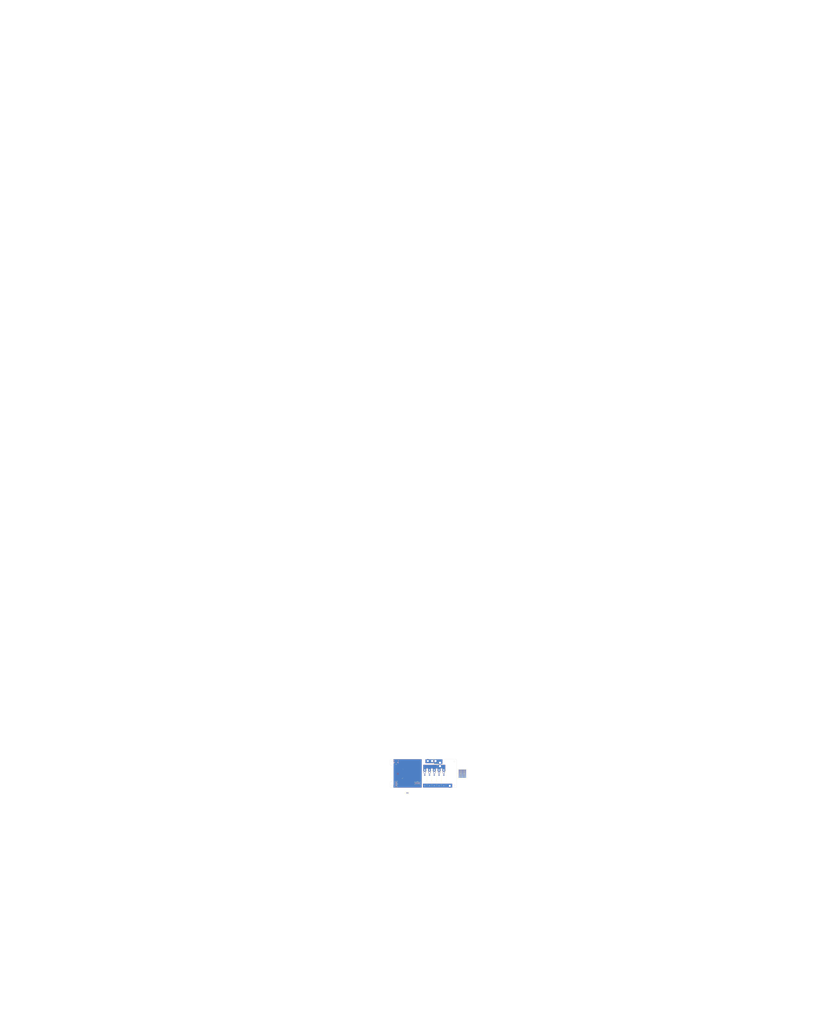
<source format=kicad_pcb>
(kicad_pcb (version 20211014) (generator pcbnew)
  (layers (0 "F.Cu" signal) (31 "B.Cu" signal) (34 "B.Paste" user) (35 "F.Paste" user) (36 "B.SilkS" user "B.Silkscreen") (37 "F.SilkS" user "F.Silkscreen") (38 "B.Mask" user) (39 "F.Mask" user) (44 "Edge.Cuts" user))
  (net 0 "")
  (net 33 "Net-(F1-Pad2)")
  (net 34 "Net-(F2-Pad2)")
  (net 35 "Net-(F3-Pad2)")
  (net 36 "Net-(F4-Pad2)")
  (net 37 "GND")
  (net 38 "+24V")
  (net 39 "Net-(F5-Pad2)")
  (net 40 "Net-(J2-Pad1)")
  (net 41 "Net-(J10-Pad2)")
  (net 42 "Net-(J10-Pad3)")
  (net 43 "+5V")
  (net 44 "GND1")
  (net 69 "Net-(P1-PadA6)")
  (net 70 "Net-(J14-Pad1)")
  (net 71 "Net-(J11-Pad1)")
  (net 72 "Net-(J11-Pad2)")
  (net 73 "Net-(J11-Pad3)")
  (net 74 "Net-(J11-Pad4)")
  (net 75 "Net-(J11-Pad5)")
  (net 76 "Net-(J11-Pad6)")
  (net 77 "Net-(J11-Pad7)")
  (net 78 "Net-(P1-PadA7)")
  (footprint "Connector_JST:JST_XH_B4B-XH-A_1x04_P2.50mm_Vertical" (layer "F.Cu") (at 94 119 -90)
    (fp_text reference "J9" (at 3.75 -3.55 90) (layer "F.SilkS"))
    (fp_text value "Bluetooth Module")
    (fp_line (start 0.75 -1.7) (end 6.75 -1.7) (layer "F.SilkS") (width 0.12))
    (fp_line (start -2.55 -0.2) (end -1.8 -0.2) (layer "F.SilkS") (width 0.12))
    (fp_line (start 6.75 -2.45) (end 0.75 -2.45) (layer "F.SilkS") (width 0.12))
    (fp_line (start 8.25 -1.7) (end 10.05 -1.7) (layer "F.SilkS") (width 0.12))
    (fp_line (start -2.56 3.51) (end 10.06 3.51) (layer "F.SilkS") (width 0.12))
    (fp_line (start 10.05 -1.7) (end 10.05 -2.45) (layer "F.SilkS") (width 0.12))
    (fp_line (start 9.3 -0.2) (end 9.3 2.75) (layer "F.SilkS") (width 0.12))
    (fp_line (start 10.05 -0.2) (end 9.3 -0.2) (layer "F.SilkS") (width 0.12))
    (fp_line (start 10.06 3.51) (end 10.06 -2.46) (layer "F.SilkS") (width 0.12))
    (fp_line (start 10.06 -2.46) (end -2.56 -2.46) (layer "F.SilkS") (width 0.12))
    (fp_line (start -2.85 -2.75) (end -2.85 -1.5) (layer "F.SilkS") (width 0.12))
    (fp_line (start 9.3 2.75) (end 3.75 2.75) (layer "F.SilkS") (width 0.12))
    (fp_line (start 6.75 -1.7) (end 6.75 -2.45) (layer "F.SilkS") (width 0.12))
    (fp_line (start 0.75 -2.45) (end 0.75 -1.7) (layer "F.SilkS") (width 0.12))
    (fp_line (start -2.55 -1.7) (end -0.75 -1.7) (layer "F.SilkS") (width 0.12))
    (fp_line (start -2.56 -2.46) (end -2.56 3.51) (layer "F.SilkS") (width 0.12))
    (fp_line (start -1.6 -2.75) (end -2.85 -2.75) (layer "F.SilkS") (width 0.12))
    (fp_line (start 8.25 -2.45) (end 8.25 -1.7) (layer "F.SilkS") (width 0.12))
    (fp_line (start -1.8 -0.2) (end -1.8 2.75) (layer "F.SilkS") (width 0.12))
    (fp_line (start -0.75 -1.7) (end -0.75 -2.45) (layer "F.SilkS") (width 0.12))
    (fp_line (start -0.75 -2.45) (end -2.55 -2.45) (layer "F.SilkS") (width 0.12))
    (fp_line (start -1.8 2.75) (end 3.75 2.75) (layer "F.SilkS") (width 0.12))
    (fp_line (start 10.05 -2.45) (end 8.25 -2.45) (layer "F.SilkS") (width 0.12))
    (fp_line (start -2.55 -2.45) (end -2.55 -1.7) (layer "F.SilkS") (width 0.12))
    (pad "1" thru_hole roundrect (at 0 0 270) (size 1.7 1.95) (drill 0.95) (layers *.Cu *.Mask) (roundrect_rratio 0.1470588235) (net 43 "+5V"))
    (pad "2" thru_hole oval (at 2.5 0 270) (size 1.7 1.95) (drill 0.95) (layers *.Cu *.Mask) (net 41 "Net-(J10-Pad2)"))
    (pad "3" thru_hole oval (at 5 0 270) (size 1.7 1.95) (drill 0.95) (layers *.Cu *.Mask) (net 42 "Net-(J10-Pad3)"))
    (pad "4" thru_hole oval (at 7.5 0 270) (size 1.7 1.95) (drill 0.95) (layers *.Cu *.Mask) (net 44 "GND1"))
  )
  (footprint "Fuse:Fuseholder_Cylinder-5x20mm_Schurter_0031_8201_Horizontal_Open" (layer "F.Cu") (at 154 126.25 90)
    (fp_text reference "F2" (at 11.25 -6 90) (layer "F.SilkS"))
    (fp_text value "Fuse 1")
    (fp_line (start -0.11 -4.91) (end 22.61 -4.91) (layer "F.SilkS") (width 0.12))
    (fp_line (start 22.61 4.91) (end 22.61 1.75) (layer "F.SilkS") (width 0.12))
    (fp_line (start -0.11 4.91) (end 22.61 4.91) (layer "F.SilkS") (width 0.12))
    (fp_line (start -0.11 -1.75) (end -0.11 -4.91) (layer "F.SilkS") (width 0.12))
    (fp_line (start 22.61 -1.75) (end 22.61 -4.91) (layer "F.SilkS") (width 0.12))
    (fp_line (start -0.11 4.91) (end -0.11 1.75) (layer "F.SilkS") (width 0.12))
    (pad "" np_thru_hole circle (at 11.25 0 90) (size 2.7 2.7) (drill 2.7) (layers *.Cu *.Mask))
    (pad "1" thru_hole circle (at 0 0 90) (size 3 3) (drill 1.3) (layers *.Cu *.Mask) (net 37 "GND"))
    (pad "2" thru_hole circle locked (at 22.5 0 90) (size 3 3) (drill 1.3) (layers *.Cu *.Mask) (net 34 "Net-(F2-Pad2)"))
  )
  (footprint "MountingHole:MountingHole_4mm_Pad_TopBottom" (layer "F.Cu") (at 206.5 126.5)
    (fp_text reference "J1" (at 0 -5) (layer "F.SilkS"))
    (fp_text value "BMS Output (C-)")
    (pad "1" connect circle (at 0 0) (size 8 8) (layers "F.Cu" "F.Mask") (net 37 "GND"))
    (pad "1" thru_hole circle (at 0 0) (size 4.4 4.4) (drill 4) (layers *.Cu *.Mask) (net 37 "GND"))
    (pad "1" connect circle (at 0 0) (size 8 8) (layers "B.Cu" "B.Mask") (net 37 "GND"))
  )
  (footprint "Connector_JST:JST_XH_B4B-XH-A_1x04_P2.50mm_Vertical" (layer "F.Cu") (at 135 121)
    (fp_text reference "J10" (at 3.75 -3.55) (layer "F.SilkS"))
    (fp_text value "BMS Serial")
    (fp_line (start 10.05 -1.7) (end 10.05 -2.45) (layer "F.SilkS") (width 0.12))
    (fp_line (start -2.55 -0.2) (end -1.8 -0.2) (layer "F.SilkS") (width 0.12))
    (fp_line (start 9.3 2.75) (end 3.75 2.75) (layer "F.SilkS") (width 0.12))
    (fp_line (start 0.75 -1.7) (end 6.75 -1.7) (layer "F.SilkS") (width 0.12))
    (fp_line (start -2.56 -2.46) (end -2.56 3.51) (layer "F.SilkS") (width 0.12))
    (fp_line (start -2.55 -1.7) (end -0.75 -1.7) (layer "F.SilkS") (width 0.12))
    (fp_line (start 9.3 -0.2) (end 9.3 2.75) (layer "F.SilkS") (width 0.12))
    (fp_line (start -1.6 -2.75) (end -2.85 -2.75) (layer "F.SilkS") (width 0.12))
    (fp_line (start 10.05 -2.45) (end 8.25 -2.45) (layer "F.SilkS") (width 0.12))
    (fp_line (start 10.06 -2.46) (end -2.56 -2.46) (layer "F.SilkS") (width 0.12))
    (fp_line (start 8.25 -1.7) (end 10.05 -1.7) (layer "F.SilkS") (width 0.12))
    (fp_line (start 6.75 -1.7) (end 6.75 -2.45) (layer "F.SilkS") (width 0.12))
    (fp_line (start -2.55 -2.45) (end -2.55 -1.7) (layer "F.SilkS") (width 0.12))
    (fp_line (start 8.25 -2.45) (end 8.25 -1.7) (layer "F.SilkS") (width 0.12))
    (fp_line (start 0.75 -2.45) (end 0.75 -1.7) (layer "F.SilkS") (width 0.12))
    (fp_line (start -2.56 3.51) (end 10.06 3.51) (layer "F.SilkS") (width 0.12))
    (fp_line (start 10.05 -0.2) (end 9.3 -0.2) (layer "F.SilkS") (width 0.12))
    (fp_line (start 10.06 3.51) (end 10.06 -2.46) (layer "F.SilkS") (width 0.12))
    (fp_line (start -2.85 -2.75) (end -2.85 -1.5) (layer "F.SilkS") (width 0.12))
    (fp_line (start -0.75 -1.7) (end -0.75 -2.45) (layer "F.SilkS") (width 0.12))
    (fp_line (start -1.8 -0.2) (end -1.8 2.75) (layer "F.SilkS") (width 0.12))
    (fp_line (start -1.8 2.75) (end 3.75 2.75) (layer "F.SilkS") (width 0.12))
    (fp_line (start 6.75 -2.45) (end 0.75 -2.45) (layer "F.SilkS") (width 0.12))
    (fp_line (start -0.75 -2.45) (end -2.55 -2.45) (layer "F.SilkS") (width 0.12))
    (pad "1" thru_hole roundrect (at 0 0) (size 1.7 1.95) (drill 0.95) (layers *.Cu *.Mask) (roundrect_rratio 0.1470588235) (net 43 "+5V"))
    (pad "2" thru_hole oval (at 2.5 0) (size 1.7 1.95) (drill 0.95) (layers *.Cu *.Mask) (net 41 "Net-(J10-Pad2)"))
    (pad "3" thru_hole oval (at 5 0) (size 1.7 1.95) (drill 0.95) (layers *.Cu *.Mask) (net 42 "Net-(J10-Pad3)"))
    (pad "4" thru_hole oval (at 7.5 0) (size 1.7 1.95) (drill 0.95) (layers *.Cu *.Mask) (net 44 "GND1"))
  )
  (footprint "Connector_JST:JST_XH_B7B-XH-A_1x07_P2.50mm_Vertical" (layer "F.Cu") (at 240 108.5 90)
    (fp_text reference "J13" (at 7.5 -3.55 90) (layer "F.SilkS"))
    (fp_text value "Batt Bal")
    (fp_line (start -2.55 -0.2) (end -1.8 -0.2) (layer "F.SilkS") (width 0.12))
    (fp_line (start -2.55 -1.7) (end -0.75 -1.7) (layer "F.SilkS") (width 0.12))
    (fp_line (start 0.75 -2.45) (end 0.75 -1.7) (layer "F.SilkS") (width 0.12))
    (fp_line (start 15.75 -1.7) (end 17.55 -1.7) (layer "F.SilkS") (width 0.12))
    (fp_line (start -2.56 -2.46) (end -2.56 3.51) (layer "F.SilkS") (width 0.12))
    (fp_line (start 17.55 -0.2) (end 16.8 -0.2) (layer "F.SilkS") (width 0.12))
    (fp_line (start 17.56 3.51) (end 17.56 -2.46) (layer "F.SilkS") (width 0.12))
    (fp_line (start 0.75 -1.7) (end 14.25 -1.7) (layer "F.SilkS") (width 0.12))
    (fp_line (start 16.8 2.75) (end 7.5 2.75) (layer "F.SilkS") (width 0.12))
    (fp_line (start -1.8 -0.2) (end -1.8 2.75) (layer "F.SilkS") (width 0.12))
    (fp_line (start 17.55 -2.45) (end 15.75 -2.45) (layer "F.SilkS") (width 0.12))
    (fp_line (start -1.8 2.75) (end 7.5 2.75) (layer "F.SilkS") (width 0.12))
    (fp_line (start 17.56 -2.46) (end -2.56 -2.46) (layer "F.SilkS") (width 0.12))
    (fp_line (start -2.55 -2.45) (end -2.55 -1.7) (layer "F.SilkS") (width 0.12))
    (fp_line (start 14.25 -2.45) (end 0.75 -2.45) (layer "F.SilkS") (width 0.12))
    (fp_line (start -0.75 -1.7) (end -0.75 -2.45) (layer "F.SilkS") (width 0.12))
    (fp_line (start -0.75 -2.45) (end -2.55 -2.45) (layer "F.SilkS") (width 0.12))
    (fp_line (start -2.56 3.51) (end 17.56 3.51) (layer "F.SilkS") (width 0.12))
    (fp_line (start 17.55 -1.7) (end 17.55 -2.45) (layer "F.SilkS") (width 0.12))
    (fp_line (start 16.8 -0.2) (end 16.8 2.75) (layer "F.SilkS") (width 0.12))
    (fp_line (start -1.6 -2.75) (end -2.85 -2.75) (layer "F.SilkS") (width 0.12))
    (fp_line (start 15.75 -2.45) (end 15.75 -1.7) (layer "F.SilkS") (width 0.12))
    (fp_line (start -2.85 -2.75) (end -2.85 -1.5) (layer "F.SilkS") (width 0.12))
    (fp_line (start 14.25 -1.7) (end 14.25 -2.45) (layer "F.SilkS") (width 0.12))
    (pad "1" thru_hole roundrect (at 0 0 90) (size 1.7 1.95) (drill 0.95) (layers *.Cu *.Mask) (roundrect_rratio 0.1470588235) (net 71 "Net-(J11-Pad1)"))
    (pad "2" thru_hole oval (at 2.5 0 90) (size 1.7 1.95) (drill 0.95) (layers *.Cu *.Mask) (net 72 "Net-(J11-Pad2)"))
    (pad "3" thru_hole oval (at 5 0 90) (size 1.7 1.95) (drill 0.95) (layers *.Cu *.Mask) (net 73 "Net-(J11-Pad3)"))
    (pad "4" thru_hole oval (at 7.5 0 90) (size 1.7 1.95) (drill 0.95) (layers *.Cu *.Mask) (net 74 "Net-(J11-Pad4)"))
    (pad "5" thru_hole oval (at 10 0 90) (size 1.7 1.95) (drill 0.95) (layers *.Cu *.Mask) (net 75 "Net-(J11-Pad5)"))
    (pad "6" thru_hole oval (at 12.5 0 90) (size 1.7 1.95) (drill 0.95) (layers *.Cu *.Mask) (net 76 "Net-(J11-Pad6)"))
    (pad "7" thru_hole oval (at 15 0 90) (size 1.7 1.95) (drill 0.95) (layers *.Cu *.Mask) (net 77 "Net-(J11-Pad7)"))
  )
  (footprint "Fuse:Fuseholder_Cylinder-5x20mm_Schurter_0031_8201_Horizontal_Open" (layer "F.Cu") (at 174 126.25 90)
    (fp_text reference "F3" (at 11.25 -6 90) (layer "F.SilkS"))
    (fp_text value "Fuse 3")
    (fp_line (start -0.11 -1.75) (end -0.11 -4.91) (layer "F.SilkS") (width 0.12))
    (fp_line (start -0.11 -4.91) (end 22.61 -4.91) (layer "F.SilkS") (width 0.12))
    (fp_line (start 22.61 -1.75) (end 22.61 -4.91) (layer "F.SilkS") (width 0.12))
    (fp_line (start -0.11 4.91) (end -0.11 1.75) (layer "F.SilkS") (width 0.12))
    (fp_line (start 22.61 4.91) (end 22.61 1.75) (layer "F.SilkS") (width 0.12))
    (fp_line (start -0.11 4.91) (end 22.61 4.91) (layer "F.SilkS") (width 0.12))
    (pad "" np_thru_hole circle (at 11.25 0 90) (size 2.7 2.7) (drill 2.7) (layers *.Cu *.Mask))
    (pad "1" thru_hole circle (at 0 0 90) (size 3 3) (drill 1.3) (layers *.Cu *.Mask) (net 37 "GND"))
    (pad "2" thru_hole circle (at 22.5 0 90) (size 3 3) (drill 1.3) (layers *.Cu *.Mask) (net 35 "Net-(F3-Pad2)"))
  )
  (footprint "Connector_AMASS:AMASS_XT30U-M_1x02_P5.0mm_Vertical" (layer "F.Cu") (at 184 98.5 90)
    (fp_text reference "J6" (at 2.5 -4 90) (layer "F.SilkS"))
    (fp_text value "Output 4" (at 2.5 4 90) (layer "F.SilkS"))
    (fp_text user "-" (at -4 0 90) (layer "F.SilkS") (effects (font (size 1.5 1.5))))
    (fp_text user "+" (at 9 0 90) (layer "F.SilkS") (effects (font (size 1.5 1.5))))
    (fp_line (start -2.71 1.41) (end -1.01 2.71) (layer "F.SilkS") (width 0.12))
    (fp_line (start 7.71 -2.71) (end 7.71 2.71) (layer "F.SilkS") (width 0.12))
    (fp_line (start -2.71 -1.41) (end -1.01 -2.71) (layer "F.SilkS") (width 0.12))
    (fp_line (start -2.71 -1.41) (end -2.71 1.41) (layer "F.SilkS") (width 0.12))
    (fp_line (start -1.01 -2.71) (end 7.71 -2.71) (layer "F.SilkS") (width 0.12))
    (fp_line (start -1.01 2.71) (end 7.71 2.71) (layer "F.SilkS") (width 0.12))
    (pad "1" thru_hole rect (at 0 0 90) (size 3.8 3.8) (drill 2.7) (layers *.Cu *.Mask) (net 36 "Net-(F4-Pad2)"))
    (pad "2" thru_hole circle (at 5 0 90) (size 3.8 3.8) (drill 2.7) (layers *.Cu *.Mask) (net 38 "+24V"))
  )
  (footprint "Connector_AMASS:AMASS_XT30U-M_1x02_P5.0mm_Vertical" (layer "F.Cu") (at 154 98.5 90)
    (fp_text reference "J4" (at 2.5 -4 90) (layer "F.SilkS"))
    (fp_text value "Output 1" (at 2.5 4 90) (layer "F.SilkS"))
    (fp_text user "+" (at 9 0 90) (layer "F.SilkS") (effects (font (size 1.5 1.5))))
    (fp_line (start -1.01 -2.71) (end 7.71 -2.71) (layer "F.SilkS") (width 0.12))
    (fp_line (start -2.71 1.41) (end -1.01 2.71) (layer "F.SilkS") (width 0.12))
    (fp_line (start -2.71 -1.41) (end -2.71 1.41) (layer "F.SilkS") (width 0.12))
    (fp_line (start -1.01 2.71) (end 7.71 2.71) (layer "F.SilkS") (width 0.12))
    (fp_line (start -2.71 -1.41) (end -1.01 -2.71) (layer "F.SilkS") (width 0.12))
    (fp_line (start 7.71 -2.71) (end 7.71 2.71) (layer "F.SilkS") (width 0.12))
    (pad "1" thru_hole rect (at 0 0 90) (size 3.8 3.8) (drill 2.7) (layers *.Cu *.Mask) (net 34 "Net-(F2-Pad2)"))
    (pad "2" thru_hole circle (at 5 0 90) (size 3.8 3.8) (drill 2.7) (layers *.Cu *.Mask) (net 38 "+24V"))
  )
  (footprint "Package_DFN_QFN:QFN-24-1EP_4x4mm_P0.5mm_EP2.6x2.6mm" (layer "F.Cu") (at 94 85)
    (fp_text reference "U2" (at 0 -3.3) (layer "F.SilkS"))
    (fp_text value "CP2104")
    (fp_line (start 1.635 -2.11) (end 2.11 -2.11) (layer "F.SilkS") (width 0.12))
    (fp_line (start -1.635 2.11) (end -2.11 2.11) (layer "F.SilkS") (width 0.12))
    (fp_line (start 2.11 2.11) (end 2.11 1.635) (layer "F.SilkS") (width 0.12))
    (fp_line (start 1.635 2.11) (end 2.11 2.11) (layer "F.SilkS") (width 0.12))
    (fp_line (start -2.11 2.11) (end -2.11 1.635) (layer "F.SilkS") (width 0.12))
    (fp_line (start -1.635 -2.11) (end -2.11 -2.11) (layer "F.SilkS") (width 0.12))
    (fp_line (start 2.11 -2.11) (end 2.11 -1.635) (layer "F.SilkS") (width 0.12))
    (pad "1" smd roundrect (at -1.9375 -1.25) (size 0.825 0.25) (layers "F.Cu" "F.Paste" "F.Mask"))
    (pad "2" smd roundrect (at -1.9375 -0.75) (size 0.825 0.25) (layers "F.Cu" "F.Paste" "F.Mask") (net 44 "GND1"))
    (pad "3" smd roundrect (at -1.9375 -0.25) (size 0.825 0.25) (layers "F.Cu" "F.Paste" "F.Mask") (net 69 "Net-(P1-PadA6)"))
    (pad "4" smd roundrect (at -1.9375 0.25) (size 0.825 0.25) (layers "F.Cu" "F.Paste" "F.Mask") (net 78 "Net-(P1-PadA7)"))
    (pad "5" smd roundrect (at -1.9375 0.75) (size 0.825 0.25) (layers "F.Cu" "F.Paste" "F.Mask"))
    (pad "6" smd roundrect (at -1.9375 1.25) (size 0.825 0.25) (layers "F.Cu" "F.Paste" "F.Mask"))
    (pad "7" smd roundrect (at -1.25 1.9375) (size 0.25 0.825) (layers "F.Cu" "F.Paste" "F.Mask"))
    (pad "8" smd roundrect (at -0.75 1.9375) (size 0.25 0.825) (layers "F.Cu" "F.Paste" "F.Mask"))
    (pad "9" smd roundrect (at -0.25 1.9375) (size 0.25 0.825) (layers "F.Cu" "F.Paste" "F.Mask"))
    (pad "10" smd roundrect (at 0.25 1.9375) (size 0.25 0.825) (layers "F.Cu" "F.Paste" "F.Mask"))
    (pad "11" smd roundrect (at 0.75 1.9375) (size 0.25 0.825) (layers "F.Cu" "F.Paste" "F.Mask"))
    (pad "12" smd roundrect (at 1.25 1.9375) (size 0.25 0.825) (layers "F.Cu" "F.Paste" "F.Mask"))
    (pad "13" smd roundrect (at 1.9375 1.25) (size 0.825 0.25) (layers "F.Cu" "F.Paste" "F.Mask"))
    (pad "14" smd roundrect (at 1.9375 0.75) (size 0.825 0.25) (layers "F.Cu" "F.Paste" "F.Mask"))
    (pad "15" smd roundrect (at 1.9375 0.25) (size 0.825 0.25) (layers "F.Cu" "F.Paste" "F.Mask"))
    (pad "16" smd roundrect (at 1.9375 -0.25) (size 0.825 0.25) (layers "F.Cu" "F.Paste" "F.Mask"))
    (pad "17" smd roundrect (at 1.9375 -0.75) (size 0.825 0.25) (layers "F.Cu" "F.Paste" "F.Mask"))
    (pad "18" smd roundrect (at 1.9375 -1.25) (size 0.825 0.25) (layers "F.Cu" "F.Paste" "F.Mask"))
    (pad "19" smd roundrect (at 1.25 -1.9375) (size 0.25 0.825) (layers "F.Cu" "F.Paste" "F.Mask"))
    (pad "20" smd roundrect (at 0.75 -1.9375) (size 0.25 0.825) (layers "F.Cu" "F.Paste" "F.Mask"))
    (pad "21" smd roundrect (at 0.25 -1.9375) (size 0.25 0.825) (layers "F.Cu" "F.Paste" "F.Mask"))
    (pad "22" smd roundrect (at -0.25 -1.9375) (size 0.25 0.825) (layers "F.Cu" "F.Paste" "F.Mask"))
    (pad "23" smd roundrect (at -0.75 -1.9375) (size 0.25 0.825) (layers "F.Cu" "F.Paste" "F.Mask"))
    (pad "24" smd roundrect (at -1.25 -1.9375) (size 0.25 0.825) (layers "F.Cu" "F.Paste" "F.Mask"))
    (pad "25" smd rect (at 0 0) (size 2.6 2.6) (layers "F.Cu" "F.Mask") (net 44 "GND1"))
  )
  (footprint "Connector_AMASS:AMASS_XT30U-M_1x02_P5.0mm_Vertical" (layer "F.Cu") (at 174 98.5 90)
    (fp_text reference "J5" (at 2.5 -4 90) (layer "F.SilkS"))
    (fp_text value "Output 3" (at 2.5 4 90) (layer "F.SilkS"))
    (fp_text user "-" (at -4 0 90) (layer "F.SilkS") (effects (font (size 1.5 1.5))))
    (fp_text user "+" (at 9 0 90) (layer "F.SilkS") (effects (font (size 1.5 1.5))))
    (fp_line (start 7.71 -2.71) (end 7.71 2.71) (layer "F.SilkS") (width 0.12))
    (fp_line (start -2.71 1.41) (end -1.01 2.71) (layer "F.SilkS") (width 0.12))
    (fp_line (start -2.71 -1.41) (end -1.01 -2.71) (layer "F.SilkS") (width 0.12))
    (fp_line (start -1.01 -2.71) (end 7.71 -2.71) (layer "F.SilkS") (width 0.12))
    (fp_line (start -2.71 -1.41) (end -2.71 1.41) (layer "F.SilkS") (width 0.12))
    (fp_line (start -1.01 2.71) (end 7.71 2.71) (layer "F.SilkS") (width 0.12))
    (pad "1" thru_hole rect (at 0 0 90) (size 3.8 3.8) (drill 2.7) (layers *.Cu *.Mask) (net 35 "Net-(F3-Pad2)"))
    (pad "2" thru_hole circle (at 5 0 90) (size 3.8 3.8) (drill 2.7) (layers *.Cu *.Mask) (net 38 "+24V"))
  )
  (footprint "Connector_AMASS:AMASS_XT60-M_1x02_P7.20mm_Vertical" (layer "F.Cu") (at 169.4 74.5)
    (fp_text reference "J8" (at 3.6 -5.3) (layer "F.SilkS"))
    (fp_text value "Power Meter" (at 5 6) (layer "F.SilkS"))
    (fp_line (start 11.45 4.15) (end 11.45 -4.15) (layer "F.SilkS") (width 0.12))
    (fp_line (start -4.25 -1.6) (end -4.25 1.55) (layer "F.SilkS") (width 0.12))
    (fp_line (start 11.45 -4.15) (end -1.4 -4.15) (layer "F.SilkS") (width 0.12))
    (fp_line (start -4.25 1.55) (end -1.4 4.15) (layer "F.SilkS") (width 0.12))
    (fp_line (start -1.4 4.15) (end 11.45 4.15) (layer "F.SilkS") (width 0.12))
    (fp_line (start -1.4 -4.15) (end -4.25 -1.6) (layer "F.SilkS") (width 0.12))
    (pad "1" thru_hole roundrect (at 0 0) (size 6 6) (drill 4.5) (layers *.Cu *.Mask) (net 40 "Net-(J2-Pad1)"))
    (pad "2" thru_hole circle (at 7.2 0) (size 6 6) (drill 4.5) (layers *.Cu *.Mask) (net 70 "Net-(J14-Pad1)"))
  )
  (footprint "MountingHole:MountingHole_4mm_Pad_TopBottom" (layer "F.Cu") (at 160.5 74.5)
    (fp_text reference "J2" (at 0 -5) (layer "F.SilkS"))
    (fp_text value "BMS Input (B-)")
    (pad "1" connect circle (at 0 0) (size 8 8) (layers "B.Cu" "B.Mask") (net 40 "Net-(J2-Pad1)"))
    (pad "1" thru_hole circle (at 0 0) (size 4.4 4.4) (drill 4) (layers *.Cu *.Mask) (net 40 "Net-(J2-Pad1)"))
    (pad "1" connect circle (at 0 0) (size 8 8) (layers "F.Cu" "F.Mask") (net 40 "Net-(J2-Pad1)"))
  )
  (footprint "RF_Module:ESP32-WROOM-32" (layer "F.Cu") (at 98.5 100.5 90)
    (fp_text reference "U1" (at -10.61 8.43) (layer "F.SilkS"))
    (fp_text value "ESP32-WROOM-32")
    (fp_line (start 9.12 9.1) (end 9.12 9.88) (layer "F.SilkS") (width 0.12))
    (fp_line (start 9.12 -15.86) (end 9.12 -9.445) (layer "F.SilkS") (width 0.12))
    (fp_line (start -9.12 -15.86) (end 9.12 -15.86) (layer "F.SilkS") (width 0.12))
    (fp_line (start -9.12 9.88) (end -8.12 9.88) (layer "F.SilkS") (width 0.12))
    (fp_line (start -9.12 9.1) (end -9.12 9.88) (layer "F.SilkS") (width 0.12))
    (fp_line (start -9.12 -9.445) (end -9.5 -9.445) (layer "F.SilkS") (width 0.12))
    (fp_line (start -9.12 -15.86) (end -9.12 -9.445) (layer "F.SilkS") (width 0.12))
    (fp_line (start 9.12 9.88) (end 8.12 9.88) (layer "F.SilkS") (width 0.12))
    (pad "1" smd rect (at -8.75 -8.25 90) (size 1.5 0.9) (layers "F.Cu" "F.Paste" "F.Mask") (net 44 "GND1"))
    (pad "2" smd rect (at -8.75 -6.98 90) (size 1.5 0.9) (layers "F.Cu" "F.Paste" "F.Mask") (net 43 "+5V"))
    (pad "3" smd rect (at -8.75 -5.71 90) (size 1.5 0.9) (layers "F.Cu" "F.Paste" "F.Mask"))
    (pad "4" smd rect (at -8.75 -4.44 90) (size 1.5 0.9) (layers "F.Cu" "F.Paste" "F.Mask"))
    (pad "5" smd rect (at -8.75 -3.17 90) (size 1.5 0.9) (layers "F.Cu" "F.Paste" "F.Mask"))
    (pad "6" smd rect (at -8.75 -1.9 90) (size 1.5 0.9) (layers "F.Cu" "F.Paste" "F.Mask"))
    (pad "7" smd rect (at -8.75 -0.63 90) (size 1.5 0.9) (layers "F.Cu" "F.Paste" "F.Mask"))
    (pad "8" smd rect (at -8.75 0.64 90) (size 1.5 0.9) (layers "F.Cu" "F.Paste" "F.Mask"))
    (pad "9" smd rect (at -8.75 1.91 90) (size 1.5 0.9) (layers "F.Cu" "F.Paste" "F.Mask"))
    (pad "10" smd rect (at -8.75 3.18 90) (size 1.5 0.9) (layers "F.Cu" "F.Paste" "F.Mask"))
    (pad "11" smd rect (at -8.75 4.45 90) (size 1.5 0.9) (layers "F.Cu" "F.Paste" "F.Mask"))
    (pad "12" smd rect (at -8.75 5.72 90) (size 1.5 0.9) (layers "F.Cu" "F.Paste" "F.Mask"))
    (pad "13" smd rect (at -8.75 6.99 90) (size 1.5 0.9) (layers "F.Cu" "F.Paste" "F.Mask"))
    (pad "14" smd rect (at -8.75 8.26 90) (size 1.5 0.9) (layers "F.Cu" "F.Paste" "F.Mask"))
    (pad "15" smd rect (at -5.71 9.51 180) (size 1.5 0.9) (layers "F.Cu" "F.Paste" "F.Mask") (net 44 "GND1"))
    (pad "16" smd rect (at -4.44 9.51 180) (size 1.5 0.9) (layers "F.Cu" "F.Paste" "F.Mask"))
    (pad "17" smd rect (at -3.17 9.51 180) (size 1.5 0.9) (layers "F.Cu" "F.Paste" "F.Mask"))
    (pad "18" smd rect (at -1.9 9.51 180) (size 1.5 0.9) (layers "F.Cu" "F.Paste" "F.Mask"))
    (pad "19" smd rect (at -0.63 9.51 180) (size 1.5 0.9) (layers "F.Cu" "F.Paste" "F.Mask"))
    (pad "20" smd rect (at 0.64 9.51 180) (size 1.5 0.9) (layers "F.Cu" "F.Paste" "F.Mask"))
    (pad "21" smd rect (at 1.91 9.51 180) (size 1.5 0.9) (layers "F.Cu" "F.Paste" "F.Mask"))
    (pad "22" smd rect (at 3.18 9.51 180) (size 1.5 0.9) (layers "F.Cu" "F.Paste" "F.Mask"))
    (pad "23" smd rect (at 4.45 9.51 180) (size 1.5 0.9) (layers "F.Cu" "F.Paste" "F.Mask"))
    (pad "24" smd rect (at 5.72 9.51 180) (size 1.5 0.9) (layers "F.Cu" "F.Paste" "F.Mask"))
    (pad "25" smd rect (at 8.75 8.26 90) (size 1.5 0.9) (layers "F.Cu" "F.Paste" "F.Mask"))
    (pad "26" smd rect (at 8.75 6.99 90) (size 1.5 0.9) (layers "F.Cu" "F.Paste" "F.Mask"))
    (pad "27" smd rect (at 8.75 5.72 90) (size 1.5 0.9) (layers "F.Cu" "F.Paste" "F.Mask"))
    (pad "28" smd rect (at 8.75 4.45 90) (size 1.5 0.9) (layers "F.Cu" "F.Paste" "F.Mask"))
    (pad "29" smd rect (at 8.75 3.18 90) (size 1.5 0.9) (layers "F.Cu" "F.Paste" "F.Mask"))
    (pad "30" smd rect (at 8.75 1.91 90) (size 1.5 0.9) (layers "F.Cu" "F.Paste" "F.Mask"))
    (pad "31" smd rect (at 8.75 0.64 90) (size 1.5 0.9) (layers "F.Cu" "F.Paste" "F.Mask"))
    (pad "32" smd rect (at 8.75 -0.63 90) (size 1.5 0.9) (layers "F.Cu" "F.Paste" "F.Mask"))
    (pad "33" smd rect (at 8.75 -1.9 90) (size 1.5 0.9) (layers "F.Cu" "F.Paste" "F.Mask"))
    (pad "34" smd rect (at 8.75 -3.17 90) (size 1.5 0.9) (layers "F.Cu" "F.Paste" "F.Mask") (net 41 "Net-(J10-Pad2)"))
    (pad "35" smd rect (at 8.75 -4.44 90) (size 1.5 0.9) (layers "F.Cu" "F.Paste" "F.Mask") (net 42 "Net-(J10-Pad3)"))
    (pad "36" smd rect (at 8.75 -5.71 90) (size 1.5 0.9) (layers "F.Cu" "F.Paste" "F.Mask"))
    (pad "37" smd rect (at 8.75 -6.98 90) (size 1.5 0.9) (layers "F.Cu" "F.Paste" "F.Mask"))
    (pad "38" smd rect (at 8.75 -8.25 90) (size 1.5 0.9) (layers "F.Cu" "F.Paste" "F.Mask") (net 44 "GND1"))
    (pad "39" thru_hole circle (at 0.0825 -0.91 90) (size 0.475 0.475) (drill 0.2) (property pad_prop_heatsink) (layers *.Cu "F.Mask") (net 44 "GND1"))
    (pad "39" thru_hole circle (at -2.205 -1.6725 90) (size 0.475 0.475) (drill 0.2) (property pad_prop_heatsink) (layers *.Cu "F.Mask") (net 44 "GND1"))
    (pad "39" thru_hole circle (at 0.845 -0.1475 90) (size 0.475 0.475) (drill 0.2) (property pad_prop_heatsink) (layers *.Cu "F.Mask") (net 44 "GND1"))
    (pad "39" smd rect (at -0.68 0.615 90) (size 1.05 1.05) (layers "F.Cu" "F.Paste") (net 44 "GND1"))
    (pad "39" thru_hole circle (at -1.4425 0.615 90) (size 0.475 0.475) (drill 0.2) (property pad_prop_heatsink) (layers *.Cu "F.Mask") (net 44 "GND1"))
    (pad "39" smd rect (at -2.205 -2.435 90) (size 1.05 1.05) (layers "F.Cu" "F.Paste") (net 44 "GND1"))
    (pad "39" smd rect (at 0.845 0.615 90) (size 1.05 1.05) (layers "F.Cu" "F.Paste") (net 44 "GND1"))
    (pad "39" thru_hole circle (at -0.68 -0.1475 90) (size 0.475 0.475) (drill 0.2) (property pad_prop_heatsink) (layers *.Cu "F.Mask") (net 44 "GND1"))
    (pad "39" thru_hole circle (at 0.845 -1.6725 90) (size 0.475 0.475) (drill 0.2) (property pad_prop_heatsink) (layers *.Cu "F.Mask") (net 44 "GND1"))
    (pad "39" thru_hole circle (at -1.4425 -2.435 90) (size 0.475 0.475) (drill 0.2) (property pad_prop_heatsink) (layers *.Cu "F.Mask") (net 44 "GND1"))
    (pad "39" smd rect (at -2.205 0.615 90) (size 1.05 1.05) (layers "F.Cu" "F.Paste") (net 44 "GND1"))
    (pad "39" smd rect (at -2.205 -0.91 90) (size 1.05 1.05) (layers "F.Cu" "F.Paste") (net 44 "GND1"))
    (pad "39" thru_hole circle (at 0.0825 0.615 90) (size 0.475 0.475) (drill 0.2) (property pad_prop_heatsink) (layers *.Cu "F.Mask") (net 44 "GND1"))
    (pad "39" smd rect (at -0.68 -0.91 90) (size 1.05 1.05) (layers "F.Cu" "F.Paste") (net 44 "GND1"))
    (pad "39" thru_hole circle (at -0.68 -1.6725 90) (size 0.475 0.475) (drill 0.2) (property pad_prop_heatsink) (layers *.Cu "F.Mask") (net 44 "GND1"))
    (pad "39" thru_hole circle (at 0.0825 -2.435 90) (size 0.475 0.475) (drill 0.2) (property pad_prop_heatsink) (layers *.Cu "F.Mask") (net 44 "GND1"))
    (pad "39" smd rect (at 0.845 -2.435 90) (size 1.05 1.05) (layers "F.Cu" "F.Paste") (net 44 "GND1"))
    (pad "39" smd rect (at -0.68 -2.435 90) (size 1.05 1.05) (layers "F.Cu" "F.Paste") (net 44 "GND1"))
    (pad "39" thru_hole circle (at -2.205 -0.1475 90) (size 0.475 0.475) (drill 0.2) (property pad_prop_heatsink) (layers *.Cu "F.Mask") (net 44 "GND1"))
    (pad "39" thru_hole circle (at -1.4425 -0.91 90) (size 0.475 0.475) (drill 0.2) (property pad_prop_heatsink) (layers *.Cu "F.Mask") (net 44 "GND1"))
    (pad "39" smd rect (at 0.845 -0.91 90) (size 1.05 1.05) (layers "F.Cu" "F.Paste") (net 44 "GND1"))
    (pad "39" smd rect (at -0.68 -0.91 90) (size 4.2 4.2) (layers "F.Cu" "F.Mask") (net 44 "GND1"))
    (zone (net 0) (net_name "") (layers "F.Cu" "In1.Cu" "B.Cu") (connect_pads (clearance 0)) (min_thickness 0.254)
      (keepout (tracks not_allowed) (vias not_allowed) (pads not_allowed) (copperpour not_allowed) (footprints not_allowed))
      (fill (thermal_gap 0.508) (thermal_bridge_width 0.508))
      (polygon (pts (xy 88.7 124.5) (xy 88.7 76.5) (xy 67.76 76.5) (xy 67.76 124.5)))
    )
  )
  (footprint "Connector_JST:JST_XH_B7B-XH-A_1x07_P2.50mm_Vertical" (layer "F.Cu") (at 226 108.5 90)
    (fp_text reference "J11" (at 7.5 -3.55 90) (layer "F.SilkS"))
    (fp_text value "Panel Bal")
    (fp_line (start -2.85 -2.75) (end -2.85 -1.5) (layer "F.SilkS") (width 0.12))
    (fp_line (start 17.56 -2.46) (end -2.56 -2.46) (layer "F.SilkS") (width 0.12))
    (fp_line (start 16.8 -0.2) (end 16.8 2.75) (layer "F.SilkS") (width 0.12))
    (fp_line (start -2.56 3.51) (end 17.56 3.51) (layer "F.SilkS") (width 0.12))
    (fp_line (start -2.55 -1.7) (end -0.75 -1.7) (layer "F.SilkS") (width 0.12))
    (fp_line (start -2.55 -2.45) (end -2.55 -1.7) (layer "F.SilkS") (width 0.12))
    (fp_line (start -1.8 2.75) (end 7.5 2.75) (layer "F.SilkS") (width 0.12))
    (fp_line (start -2.55 -0.2) (end -1.8 -0.2) (layer "F.SilkS") (width 0.12))
    (fp_line (start 14.25 -2.45) (end 0.75 -2.45) (layer "F.SilkS") (width 0.12))
    (fp_line (start -0.75 -2.45) (end -2.55 -2.45) (layer "F.SilkS") (width 0.12))
    (fp_line (start -1.6 -2.75) (end -2.85 -2.75) (layer "F.SilkS") (width 0.12))
    (fp_line (start -1.8 -0.2) (end -1.8 2.75) (layer "F.SilkS") (width 0.12))
    (fp_line (start 0.75 -1.7) (end 14.25 -1.7) (layer "F.SilkS") (width 0.12))
    (fp_line (start -2.56 -2.46) (end -2.56 3.51) (layer "F.SilkS") (width 0.12))
    (fp_line (start 17.55 -2.45) (end 15.75 -2.45) (layer "F.SilkS") (width 0.12))
    (fp_line (start 17.55 -0.2) (end 16.8 -0.2) (layer "F.SilkS") (width 0.12))
    (fp_line (start -0.75 -1.7) (end -0.75 -2.45) (layer "F.SilkS") (width 0.12))
    (fp_line (start 16.8 2.75) (end 7.5 2.75) (layer "F.SilkS") (width 0.12))
    (fp_line (start 14.25 -1.7) (end 14.25 -2.45) (layer "F.SilkS") (width 0.12))
    (fp_line (start 17.55 -1.7) (end 17.55 -2.45) (layer "F.SilkS") (width 0.12))
    (fp_line (start 17.56 3.51) (end 17.56 -2.46) (layer "F.SilkS") (width 0.12))
    (fp_line (start 0.75 -2.45) (end 0.75 -1.7) (layer "F.SilkS") (width 0.12))
    (fp_line (start 15.75 -2.45) (end 15.75 -1.7) (layer "F.SilkS") (width 0.12))
    (fp_line (start 15.75 -1.7) (end 17.55 -1.7) (layer "F.SilkS") (width 0.12))
    (pad "1" thru_hole roundrect (at 0 0 90) (size 1.7 1.95) (drill 0.95) (layers *.Cu *.Mask) (roundrect_rratio 0.1470588235) (net 71 "Net-(J11-Pad1)"))
    (pad "2" thru_hole oval (at 2.5 0 90) (size 1.7 1.95) (drill 0.95) (layers *.Cu *.Mask) (net 72 "Net-(J11-Pad2)"))
    (pad "3" thru_hole oval (at 5 0 90) (size 1.7 1.95) (drill 0.95) (layers *.Cu *.Mask) (net 73 "Net-(J11-Pad3)"))
    (pad "4" thru_hole oval (at 7.5 0 90) (size 1.7 1.95) (drill 0.95) (layers *.Cu *.Mask) (net 74 "Net-(J11-Pad4)"))
    (pad "5" thru_hole oval (at 10 0 90) (size 1.7 1.95) (drill 0.95) (layers *.Cu *.Mask) (net 75 "Net-(J11-Pad5)"))
    (pad "6" thru_hole oval (at 12.5 0 90) (size 1.7 1.95) (drill 0.95) (layers *.Cu *.Mask) (net 76 "Net-(J11-Pad6)"))
    (pad "7" thru_hole oval (at 15 0 90) (size 1.7 1.95) (drill 0.95) (layers *.Cu *.Mask) (net 77 "Net-(J11-Pad7)"))
  )
  (footprint "Connector_AMASS:AMASS_XT60-M_1x02_P7.20mm_Vertical" (layer "F.Cu") (at 186 78 -90)
    (fp_text reference "J14" (at 3.6 -5.3 90) (layer "F.SilkS"))
    (fp_text value "Battery" (at 4 6 90) (layer "F.SilkS"))
    (fp_line (start -1.4 4.15) (end 11.45 4.15) (layer "F.SilkS") (width 0.12))
    (fp_line (start 11.45 -4.15) (end -1.4 -4.15) (layer "F.SilkS") (width 0.12))
    (fp_line (start -4.25 -1.6) (end -4.25 1.55) (layer "F.SilkS") (width 0.12))
    (fp_line (start -4.25 1.55) (end -1.4 4.15) (layer "F.SilkS") (width 0.12))
    (fp_line (start 11.45 4.15) (end 11.45 -4.15) (layer "F.SilkS") (width 0.12))
    (fp_line (start -1.4 -4.15) (end -4.25 -1.6) (layer "F.SilkS") (width 0.12))
    (pad "1" thru_hole roundrect (at 0 0 270) (size 6 6) (drill 4.5) (layers *.Cu *.Mask) (net 70 "Net-(J14-Pad1)"))
    (pad "2" thru_hole circle (at 7.2 0 270) (size 6 6) (drill 4.5) (layers *.Cu *.Mask) (net 38 "+24V"))
  )
  (footprint "Connector_JST:JST_XH_B7B-XH-A_1x07_P2.50mm_Vertical" (layer "F.Cu") (at 233 108.5 90)
    (fp_text reference "J12" (at 7.5 -3.55 90) (layer "F.SilkS"))
    (fp_text value "BMS Bal")
    (fp_line (start -2.56 3.51) (end 17.56 3.51) (layer "F.SilkS") (width 0.12))
    (fp_line (start -2.55 -2.45) (end -2.55 -1.7) (layer "F.SilkS") (width 0.12))
    (fp_line (start 17.55 -1.7) (end 17.55 -2.45) (layer "F.SilkS") (width 0.12))
    (fp_line (start -1.8 -0.2) (end -1.8 2.75) (layer "F.SilkS") (width 0.12))
    (fp_line (start 17.55 -2.45) (end 15.75 -2.45) (layer "F.SilkS") (width 0.12))
    (fp_line (start 15.75 -1.7) (end 17.55 -1.7) (layer "F.SilkS") (width 0.12))
    (fp_line (start 17.56 -2.46) (end -2.56 -2.46) (layer "F.SilkS") (width 0.12))
    (fp_line (start 15.75 -2.45) (end 15.75 -1.7) (layer "F.SilkS") (width 0.12))
    (fp_line (start -0.75 -1.7) (end -0.75 -2.45) (layer "F.SilkS") (width 0.12))
    (fp_line (start 17.55 -0.2) (end 16.8 -0.2) (layer "F.SilkS") (width 0.12))
    (fp_line (start -2.85 -2.75) (end -2.85 -1.5) (layer "F.SilkS") (width 0.12))
    (fp_line (start 17.56 3.51) (end 17.56 -2.46) (layer "F.SilkS") (width 0.12))
    (fp_line (start -2.56 -2.46) (end -2.56 3.51) (layer "F.SilkS") (width 0.12))
    (fp_line (start -2.55 -0.2) (end -1.8 -0.2) (layer "F.SilkS") (width 0.12))
    (fp_line (start 16.8 2.75) (end 7.5 2.75) (layer "F.SilkS") (width 0.12))
    (fp_line (start 16.8 -0.2) (end 16.8 2.75) (layer "F.SilkS") (width 0.12))
    (fp_line (start 0.75 -1.7) (end 14.25 -1.7) (layer "F.SilkS") (width 0.12))
    (fp_line (start -0.75 -2.45) (end -2.55 -2.45) (layer "F.SilkS") (width 0.12))
    (fp_line (start -2.55 -1.7) (end -0.75 -1.7) (layer "F.SilkS") (width 0.12))
    (fp_line (start 14.25 -2.45) (end 0.75 -2.45) (layer "F.SilkS") (width 0.12))
    (fp_line (start 14.25 -1.7) (end 14.25 -2.45) (layer "F.SilkS") (width 0.12))
    (fp_line (start -1.8 2.75) (end 7.5 2.75) (layer "F.SilkS") (width 0.12))
    (fp_line (start -1.6 -2.75) (end -2.85 -2.75) (layer "F.SilkS") (width 0.12))
    (fp_line (start 0.75 -2.45) (end 0.75 -1.7) (layer "F.SilkS") (width 0.12))
    (pad "1" thru_hole roundrect (at 0 0 90) (size 1.7 1.95) (drill 0.95) (layers *.Cu *.Mask) (roundrect_rratio 0.1470588235) (net 71 "Net-(J11-Pad1)"))
    (pad "2" thru_hole oval (at 2.5 0 90) (size 1.7 1.95) (drill 0.95) (layers *.Cu *.Mask) (net 72 "Net-(J11-Pad2)"))
    (pad "3" thru_hole oval (at 5 0 90) (size 1.7 1.95) (drill 0.95) (layers *.Cu *.Mask) (net 73 "Net-(J11-Pad3)"))
    (pad "4" thru_hole oval (at 7.5 0 90) (size 1.7 1.95) (drill 0.95) (layers *.Cu *.Mask) (net 74 "Net-(J11-Pad4)"))
    (pad "5" thru_hole oval (at 10 0 90) (size 1.7 1.95) (drill 0.95) (layers *.Cu *.Mask) (net 75 "Net-(J11-Pad5)"))
    (pad "6" thru_hole oval (at 12.5 0 90) (size 1.7 1.95) (drill 0.95) (layers *.Cu *.Mask) (net 76 "Net-(J11-Pad6)"))
    (pad "7" thru_hole oval (at 15 0 90) (size 1.7 1.95) (drill 0.95) (layers *.Cu *.Mask) (net 77 "Net-(J11-Pad7)"))
  )
  (footprint "Fuse:Fuseholder_Cylinder-5x20mm_Schurter_0031_8201_Horizontal_Open" (layer "F.Cu") (at 164 126.25 90)
    (fp_text reference "F1" (at 11.25 -6 90) (layer "F.SilkS"))
    (fp_text value "Fuse 2")
    (fp_line (start 22.61 -1.75) (end 22.61 -4.91) (layer "F.SilkS") (width 0.12))
    (fp_line (start -0.11 4.91) (end 22.61 4.91) (layer "F.SilkS") (width 0.12))
    (fp_line (start 22.61 4.91) (end 22.61 1.75) (layer "F.SilkS") (width 0.12))
    (fp_line (start -0.11 -1.75) (end -0.11 -4.91) (layer "F.SilkS") (width 0.12))
    (fp_line (start -0.11 -4.91) (end 22.61 -4.91) (layer "F.SilkS") (width 0.12))
    (fp_line (start -0.11 4.91) (end -0.11 1.75) (layer "F.SilkS") (width 0.12))
    (pad "" np_thru_hole circle (at 11.25 0 90) (size 2.7 2.7) (drill 2.7) (layers *.Cu *.Mask))
    (pad "1" thru_hole circle (at 0 0 90) (size 3 3) (drill 1.3) (layers *.Cu *.Mask) (net 37 "GND"))
    (pad "2" thru_hole circle (at 22.5 0 90) (size 3 3) (drill 1.3) (layers *.Cu *.Mask) (net 33 "Net-(F1-Pad2)"))
  )
  (footprint "Connector_USB:USB_C_Receptacle_GCT_USB4105-xx-A_16P_TopMnt_Horizontal" (layer "F.Cu") (at 94 75 180)
    (fp_text reference "P1" (at 0 -5.5 180 unlocked) (layer "F.SilkS"))
    (fp_text value "USB_C_Plug_USB2.0")
    (fp_line (start -4.67 0) (end -4.67 -1.8) (layer "F.SilkS") (width 0.12))
    (fp_line (start 4.67 2.1) (end 4.67 3.25) (layer "F.SilkS") (width 0.12))
    (fp_line (start -4.67 2.1) (end -4.67 3.25) (layer "F.SilkS") (width 0.12))
    (fp_line (start 4.67 0) (end 4.67 -1.8) (layer "F.SilkS") (width 0.12))
    (pad "" np_thru_hole circle (at 2.89 -2.605 180) (size 0.65 0.65) (drill 0.65) (layers F&B.Cu *.Mask))
    (pad "" np_thru_hole circle (at -2.89 -2.605 180) (size 0.65 0.65) (drill 0.65) (layers F&B.Cu *.Mask))
    (pad "A1" smd rect (at -3.2 -3.68 180) (size 0.6 1.15) (layers "F.Cu" "F.Paste" "F.Mask") (net 44 "GND1"))
    (pad "A4" smd rect (at -2.4 -3.68 180) (size 0.6 1.15) (layers "F.Cu" "F.Paste" "F.Mask") (net 43 "+5V"))
    (pad "A5" smd rect (at -1.25 -3.68 180) (size 0.3 1.15) (layers "F.Cu" "F.Paste" "F.Mask"))
    (pad "A6" smd rect (at -0.25 -3.68 180) (size 0.3 1.15) (layers "F.Cu" "F.Paste" "F.Mask") (net 69 "Net-(P1-PadA6)"))
    (pad "A7" smd rect (at 0.25 -3.68 180) (size 0.3 1.15) (layers "F.Cu" "F.Paste" "F.Mask") (net 78 "Net-(P1-PadA7)"))
    (pad "A8" smd rect (at 1.25 -3.68 180) (size 0.3 1.15) (layers "F.Cu" "F.Paste" "F.Mask"))
    (pad "A9" smd rect (at 2.4 -3.68 180) (size 0.6 1.15) (layers "F.Cu" "F.Paste" "F.Mask") (net 43 "+5V"))
    (pad "A12" smd rect (at 3.2 -3.68 180) (size 0.6 1.15) (layers "F.Cu" "F.Paste" "F.Mask") (net 44 "GND1"))
    (pad "B1" smd rect (at 3.2 -3.68 180) (size 0.6 1.15) (layers "F.Cu" "F.Paste" "F.Mask") (net 44 "GND1"))
    (pad "B4" smd rect (at 2.4 -3.68 180) (size 0.6 1.15) (layers "F.Cu" "F.Paste" "F.Mask") (net 43 "+5V"))
    (pad "B5" smd rect (at 1.75 -3.68 180) (size 0.3 1.15) (layers "F.Cu" "F.Paste" "F.Mask"))
    (pad "B6" smd rect (at 0.75 -3.68 180) (size 0.3 1.15) (layers "F.Cu" "F.Paste" "F.Mask"))
    (pad "B7" smd rect (at -0.75 -3.68 180) (size 0.3 1.15) (layers "F.Cu" "F.Paste" "F.Mask"))
    (pad "B8" smd rect (at -1.75 -3.68 180) (size 0.3 1.15) (layers "F.Cu" "F.Paste" "F.Mask"))
    (pad "B9" smd rect (at -2.4 -3.68 180) (size 0.6 1.15) (layers "F.Cu" "F.Paste" "F.Mask") (net 43 "+5V"))
    (pad "B12" smd rect (at -3.2 -3.68 180) (size 0.6 1.15) (layers "F.Cu" "F.Paste" "F.Mask") (net 44 "GND1"))
    (pad "S1" thru_hole oval (at 4.32 -3.105 180) (size 1 2.1) (drill oval 0.6 1.7) (layers *.Cu *.Mask))
    (pad "S1" thru_hole oval (at -4.32 -3.105 180) (size 1 2.1) (drill oval 0.6 1.7) (layers *.Cu *.Mask))
    (pad "S1" thru_hole oval (at 4.32 1.075 180) (size 1 1.8) (drill oval 0.6 1.4) (layers *.Cu *.Mask))
    (pad "S1" thru_hole oval (at -4.32 1.075 180) (size 1 1.8) (drill oval 0.6 1.4) (layers *.Cu *.Mask))
  )
  (footprint "Connector_JST:JST_XH_B2B-XH-A_1x02_P2.50mm_Vertical" (layer "F.Cu") (at 116.5 141.5)
    (fp_text reference "J15" (at -4.5 0.5) (layer "F.SilkS"))
    (fp_text value "Power Meter VCC")
    (fp_line (start 1.75 -2.45) (end 0.75 -2.45) (layer "F.SilkS") (width 0.12))
    (fp_line (start -2.56 -2.46) (end -2.56 3.51) (layer "F.SilkS") (width 0.12))
    (fp_line (start -2.85 -2.75) (end -2.85 -1.5) (layer "F.SilkS") (width 0.12))
    (fp_line (start -1.8 -0.2) (end -1.8 2.75) (layer "F.SilkS") (width 0.12))
    (fp_line (start 3.25 -1.7) (end 5.05 -1.7) (layer "F.SilkS") (width 0.12))
    (fp_line (start 4.3 -0.2) (end 4.3 2.75) (layer "F.SilkS") (width 0.12))
    (fp_line (start 0.75 -1.7) (end 1.75 -1.7) (layer "F.SilkS") (width 0.12))
    (fp_line (start 5.05 -2.45) (end 3.25 -2.45) (layer "F.SilkS") (width 0.12))
    (fp_line (start -1.6 -2.75) (end -2.85 -2.75) (layer "F.SilkS") (width 0.12))
    (fp_line (start -1.8 2.75) (end 1.25 2.75) (layer "F.SilkS") (width 0.12))
    (fp_line (start -2.56 3.51) (end 5.06 3.51) (layer "F.SilkS") (width 0.12))
    (fp_line (start 5.06 3.51) (end 5.06 -2.46) (layer "F.SilkS") (width 0.12))
    (fp_line (start 5.05 -0.2) (end 4.3 -0.2) (layer "F.SilkS") (width 0.12))
    (fp_line (start 5.06 -2.46) (end -2.56 -2.46) (layer "F.SilkS") (width 0.12))
    (fp_line (start 4.3 2.75) (end 1.25 2.75) (layer "F.SilkS") (width 0.12))
    (fp_line (start -2.55 -1.7) (end -0.75 -1.7) (layer "F.SilkS") (width 0.12))
    (fp_line (start 0.75 -2.45) (end 0.75 -1.7) (layer "F.SilkS") (width 0.12))
    (fp_line (start 5.05 -1.7) (end 5.05 -2.45) (layer "F.SilkS") (width 0.12))
    (fp_line (start 3.25 -2.45) (end 3.25 -1.7) (layer "F.SilkS") (width 0.12))
    (fp_line (start -0.75 -2.45) (end -2.55 -2.45) (layer "F.SilkS") (width 0.12))
    (fp_line (start -2.55 -2.45) (end -2.55 -1.7) (layer "F.SilkS") (width 0.12))
    (fp_line (start 1.75 -1.7) (end 1.75 -2.45) (layer "F.SilkS") (width 0.12))
    (fp_line (start -0.75 -1.7) (end -0.75 -2.45) (layer "F.SilkS") (width 0.12))
    (fp_line (start -2.55 -0.2) (end -1.8 -0.2) (layer "F.SilkS") (width 0.12))
    (pad "1" thru_hole roundrect (at 0 0) (size 1.7 2) (drill 1) (layers *.Cu *.Mask) (roundrect_rratio 0.147059))
    (pad "2" thru_hole oval (at 2.5 0) (size 1.7 2) (drill 1) (layers *.Cu *.Mask) (net 38 "+24V"))
  )
  (footprint "Fuse:Fuseholder_Cylinder-5x20mm_Schurter_0031_8201_Horizontal_Open" (layer "F.Cu") (at 194 126.25 90)
    (fp_text reference "F5" (at 11.25 -6 90) (layer "F.SilkS"))
    (fp_text value "Fuse 5")
    (fp_line (start -0.11 -4.91) (end 22.61 -4.91) (layer "F.SilkS") (width 0.12))
    (fp_line (start 22.61 -1.75) (end 22.61 -4.91) (layer "F.SilkS") (width 0.12))
    (fp_line (start -0.11 4.91) (end -0.11 1.75) (layer "F.SilkS") (width 0.12))
    (fp_line (start -0.11 4.91) (end 22.61 4.91) (layer "F.SilkS") (width 0.12))
    (fp_line (start 22.61 4.91) (end 22.61 1.75) (layer "F.SilkS") (width 0.12))
    (fp_line (start -0.11 -1.75) (end -0.11 -4.91) (layer "F.SilkS") (width 0.12))
    (pad "" np_thru_hole circle (at 11.25 0 90) (size 2.7 2.7) (drill 2.7) (layers *.Cu *.Mask))
    (pad "1" thru_hole circle (at 0 0 90) (size 3 3) (drill 1.3) (layers *.Cu *.Mask) (net 37 "GND"))
    (pad "2" thru_hole circle (at 22.5 0 90) (size 3 3) (drill 1.3) (layers *.Cu *.Mask) (net 39 "Net-(F5-Pad2)"))
  )
  (footprint "Connector_AMASS:AMASS_XT30U-M_1x02_P5.0mm_Vertical" (layer "F.Cu") (at 164 98.5 90)
    (fp_text reference "J3" (at 2.5 -4 90) (layer "F.SilkS"))
    (fp_text value "Output 2" (at 2.5 4 90) (layer "F.SilkS"))
    (fp_text user "+" (at 9 0 90) (layer "F.SilkS") (effects (font (size 1.5 1.5))))
    (fp_line (start -1.01 -2.71) (end 7.71 -2.71) (layer "F.SilkS") (width 0.12))
    (fp_line (start -1.01 2.71) (end 7.71 2.71) (layer "F.SilkS") (width 0.12))
    (fp_line (start -2.71 -1.41) (end -1.01 -2.71) (layer "F.SilkS") (width 0.12))
    (fp_line (start 7.71 -2.71) (end 7.71 2.71) (layer "F.SilkS") (width 0.12))
    (fp_line (start -2.71 -1.41) (end -2.71 1.41) (layer "F.SilkS") (width 0.12))
    (fp_line (start -2.71 1.41) (end -1.01 2.71) (layer "F.SilkS") (width 0.12))
    (pad "1" thru_hole rect (at 0 0 90) (size 3.8 3.8) (drill 2.7) (layers *.Cu *.Mask) (net 33 "Net-(F1-Pad2)"))
    (pad "2" thru_hole circle (at 5 0 90) (size 3.8 3.8) (drill 2.7) (layers *.Cu *.Mask) (net 38 "+24V"))
  )
  (footprint "Fuse:Fuseholder_Cylinder-5x20mm_Schurter_0031_8201_Horizontal_Open" (layer "F.Cu") (at 184 126.25 90)
    (fp_text reference "F4" (at 11.25 -6 90) (layer "F.SilkS"))
    (fp_text value "Fuse 4")
    (fp_line (start 22.61 -1.75) (end 22.61 -4.91) (layer "F.SilkS") (width 0.12))
    (fp_line (start -0.11 -4.91) (end 22.61 -4.91) (layer "F.SilkS") (width 0.12))
    (fp_line (start -0.11 4.91) (end 22.61 4.91) (layer "F.SilkS") (width 0.12))
    (fp_line (start -0.11 -1.75) (end -0.11 -4.91) (layer "F.SilkS") (width 0.12))
    (fp_line (start 22.61 4.91) (end 22.61 1.75) (layer "F.SilkS") (width 0.12))
    (fp_line (start -0.11 4.91) (end -0.11 1.75) (layer "F.SilkS") (width 0.12))
    (pad "" np_thru_hole circle (at 11.25 0 90) (size 2.7 2.7) (drill 2.7) (layers *.Cu *.Mask))
    (pad "1" thru_hole circle (at 0 0 90) (size 3 3) (drill 1.3) (layers *.Cu *.Mask) (net 37 "GND"))
    (pad "2" thru_hole circle (at 22.5 0 90) (size 3 3) (drill 1.3) (layers *.Cu *.Mask) (net 36 "Net-(F4-Pad2)"))
  )
  (footprint "Connector_AMASS:AMASS_XT30U-M_1x02_P5.0mm_Vertical" (layer "F.Cu") (at 194 98.5 90)
    (fp_text reference "J7" (at 2.5 -4 90) (layer "F.SilkS"))
    (fp_text value "Output 5" (at 2.5 4 90) (layer "F.SilkS"))
    (fp_text user "-" (at -4 0 90) (layer "F.SilkS") (effects (font (size 1.5 1.5))))
    (fp_text user "+" (at 9 0 90) (layer "F.SilkS") (effects (font (size 1.5 1.5))))
    (fp_line (start -2.71 -1.41) (end -2.71 1.41) (layer "F.SilkS") (width 0.12))
    (fp_line (start -1.01 2.71) (end 7.71 2.71) (layer "F.SilkS") (width 0.12))
    (fp_line (start 7.71 -2.71) (end 7.71 2.71) (layer "F.SilkS") (width 0.12))
    (fp_line (start -2.71 1.41) (end -1.01 2.71) (layer "F.SilkS") (width 0.12))
    (fp_line (start -2.71 -1.41) (end -1.01 -2.71) (layer "F.SilkS") (width 0.12))
    (fp_line (start -1.01 -2.71) (end 7.71 -2.71) (layer "F.SilkS") (width 0.12))
    (pad "1" thru_hole rect (at 0 0 90) (size 3.8 3.8) (drill 2.7) (layers *.Cu *.Mask) (net 39 "Net-(F5-Pad2)"))
    (pad "2" thru_hole circle (at 5 0 90) (size 3.8 3.8) (drill 2.7) (layers *.Cu *.Mask) (net 38 "+24V"))
  )
  (gr_arc (start 85 83.5) (mid 86.414214 84.085786) (end 87 85.5) (layer "Edge.Cuts") (width 0.2))
  (gr_line (start 81 72.5) (end 81 81.5) (layer "Edge.Cuts") (width 0.2))
  (gr_arc (start 219 70.5) (mid 220.414214 71.085786) (end 221 72.5) (layer "Edge.Cuts") (width 0.2))
  (gr_arc (start 83 83.5) (mid 81.585786 82.914214) (end 81 81.5) (layer "Edge.Cuts") (width 0.2))
  (gr_line (start 83 130.5) (end 219 130.5) (layer "Edge.Cuts") (width 0.2))
  (gr_circle (center 86 125.5) (end 86 124) (layer "Edge.Cuts") (width 0.2) (fill none))
  (gr_arc (start 221 128.5) (mid 220.414214 129.914214) (end 219 130.5) (layer "Edge.Cuts") (width 0.2))
  (gr_line (start 81 119.5) (end 81 128.5) (layer "Edge.Cuts") (width 0.2))
  (gr_line (start 219 70.5) (end 83 70.5) (layer "Edge.Cuts") (width 0.2))
  (gr_circle (center 216 75.5) (end 216 74) (layer "Edge.Cuts") (width 0.2) (fill none))
  (gr_arc (start 87 115.5) (mid 86.414214 116.914214) (end 85 117.5) (layer "Edge.Cuts") (width 0.2))
  (gr_circle (center 86 75.5) (end 86 74) (layer "Edge.Cuts") (width 0.2) (fill none))
  (gr_arc (start 81 72.5) (mid 81.585786 71.085786) (end 83 70.5) (layer "Edge.Cuts") (width 0.2))
  (gr_arc (start 81 119.5) (mid 81.585786 118.085786) (end 83 117.5) (layer "Edge.Cuts") (width 0.2))
  (gr_arc (start 83 130.5) (mid 81.585786 129.914214) (end 81 128.5) (layer "Edge.Cuts") (width 0.2))
  (gr_line (start 87 85.5) (end 87 115.5) (layer "Edge.Cuts") (width 0.2))
  (gr_line (start 83 83.5) (end 85 83.5) (layer "Edge.Cuts") (width 0.2))
  (gr_line (start 221 128.5) (end 221 72.5) (layer "Edge.Cuts") (width 0.2))
  (gr_line (start 85 117.5) (end 83 117.5) (layer "Edge.Cuts") (width 0.2))
  (gr_circle (center 216 125.5) (end 216 124) (layer "Edge.Cuts") (width 0.2) (fill none))
  (segment (start 138 122) (end 94.5 122) (width 0.25) (layer "F.Cu") (net 41))
  (segment (start 141 122.5) (end 138.5 122.5) (width 0.25) (layer "F.Cu") (net 41))
  (segment (start 142 121.5) (end 141 122.5) (width 0.25) (layer "F.Cu") (net 41))
  (segment (start 142 121) (end 142 121.5) (width 0.25) (layer "F.Cu") (net 41))
  (segment (start 138.5 122.5) (end 138 122) (width 0.25) (layer "F.Cu") (net 41))
  (segment (start 94.5 122) (end 94 121.5) (width 0.25) (layer "F.Cu") (net 41))
  (segment (start 137.863604 122.5) (end 95.5 122.5) (width 0.25) (layer "F.Cu") (net 42))
  (segment (start 95.5 122.5) (end 94 124) (width 0.25) (layer "F.Cu") (net 42))
  (segment (start 138.313604 122.95) (end 137.863604 122.5) (width 0.25) (layer "F.Cu") (net 42))
  (segment (start 142.55 122.95) (end 138.313604 122.95) (width 0.25) (layer "F.Cu") (net 42))
  (segment (start 144.5 121) (end 142.55 122.95) (width 0.25) (layer "F.Cu") (net 42))
  (segment (start 139.5 121) (end 139 121.5) (width 0.25) (layer "F.Cu") (net 43))
  (segment (start 94 119) (end 95 120) (width 0.25) (layer "F.Cu") (net 43))
  (segment (start 139 121.5) (end 96.5 121.5) (width 0.25) (layer "F.Cu") (net 43))
  (segment (start 96.5 121.5) (end 94 119) (width 0.25) (layer "F.Cu") (net 43))
  (segment (start 226 108.5) (end 240 108.5) (width 1.5) (layer "F.Cu") (net 71))
  (segment (start 226 108.5) (end 240 108.5) (width 1.5) (layer "B.Cu") (net 71))
  (segment (start 226 106) (end 240 106) (width 1.5) (layer "F.Cu") (net 72))
  (segment (start 240 106) (end 226 106) (width 1.5) (layer "B.Cu") (net 72))
  (segment (start 226 103.5) (end 240 103.5) (width 1.5) (layer "F.Cu") (net 73))
  (segment (start 226 103.5) (end 240 103.5) (width 1.5) (layer "B.Cu") (net 73))
  (segment (start 226 101) (end 240 101) (width 1.5) (layer "F.Cu") (net 74))
  (segment (start 240 101) (end 226 101) (width 1.5) (layer "B.Cu") (net 74))
  (segment (start 226 98.5) (end 240 98.5) (width 1.5) (layer "F.Cu") (net 75))
  (segment (start 226 98.5) (end 240 98.5) (width 1.5) (layer "B.Cu") (net 75))
  (segment (start 226 96) (end 240 96) (width 1.5) (layer "F.Cu") (net 76))
  (segment (start 240 96) (end 226 96) (width 1.5) (layer "B.Cu") (net 76))
  (segment (start 226 93.5) (end 240 93.5) (width 1.5) (layer "F.Cu") (net 77))
  (segment (start 226 93.5) (end 240 93.5) (width 1.5) (layer "B.Cu") (net 77))
  (zone (net 44) (net_name "GND1") (layers F&B.Cu) (connect_pads (clearance 0.3)) (min_thickness 0.254) (fill yes (thermal_gap 0.508) (thermal_bridge_width 0.508))
    (polygon (pts (xy 147.5 131) (xy 88.5 131) (xy 88.5 70) (xy 147.5 70)))
  )
  (zone (net 38) (net_name "+24V") (layers F&B.Cu) (connect_pads yes (clearance 0.5)) (min_thickness 0.254) (fill yes (thermal_gap 0.508) (thermal_bridge_width 0.508))
    (polygon (pts (xy 197 96) (xy 191 96) (xy 191 90) (xy 187 90) (xy 187 96) (xy 181 96) (xy 181 90) (xy 177 90) (xy 177 96) (xy 171 96) (xy 171 90) (xy 167 90) (xy 167 96) (xy 161 96) (xy 161 90) (xy 157 90) (xy 157 96) (xy 151 96) (xy 151 90) (xy 151 82.5) (xy 197 82.5) (xy 197 90) (xy 197 90)))
  )
  (zone (net 70) (net_name "Net-(J14-Pad1)") (layers F&B.Cu) (connect_pads yes (clearance 0.5)) (min_thickness 0.254) (fill yes (thermal_gap 0.508) (thermal_bridge_width 0.508))
    (polygon (pts (xy 191 72) (xy 191 80.5) (xy 173.5 80.5) (xy 173.5 69.5) (xy 188.5 69.5) (xy 191 69.5)))
  )
  (zone (net 40) (net_name "Net-(J2-Pad1)") (layers F&B.Cu) (connect_pads yes (clearance 0.5)) (min_thickness 0.254) (fill yes (thermal_gap 0.508) (thermal_bridge_width 0.508))
    (polygon (pts (xy 172.5 79) (xy 155.5 79) (xy 155.5 69.5) (xy 172.5 69.5)))
  )
  (zone (net 37) (net_name "GND") (layers F&B.Cu) (connect_pads yes (clearance 0.5)) (min_thickness 0.254) (fill yes (thermal_gap 0.508) (thermal_bridge_width 0.508))
    (polygon (pts (xy 211.5 130.5) (xy 150.5 130.5) (xy 150.5 122) (xy 211.5 122)))
  )
)
</source>
